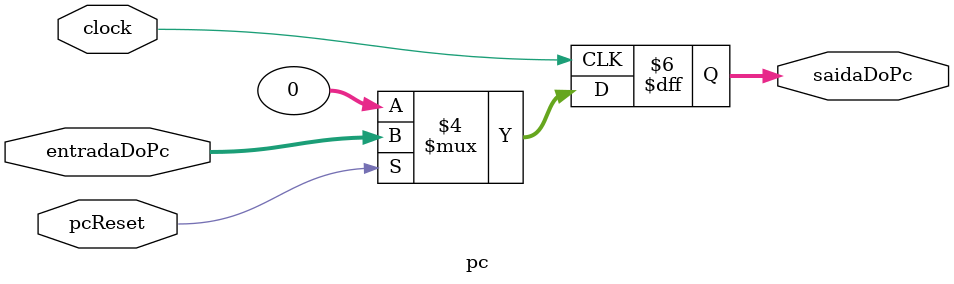
<source format=v>
module pc(
    entradaDoPc, 
    saidaDoPc, 
    clock, 
    pcReset
    );

    input [31:0] entradaDoPc;

    input clock, pcReset;

    output [31:0] saidaDoPc;

    reg [31:0] saidaDoPc;
    
    always @(posedge clock)

        if (!pcReset) saidaDoPc <= 0;

        else saidaDoPc <= entradaDoPc;
        
endmodule
</source>
